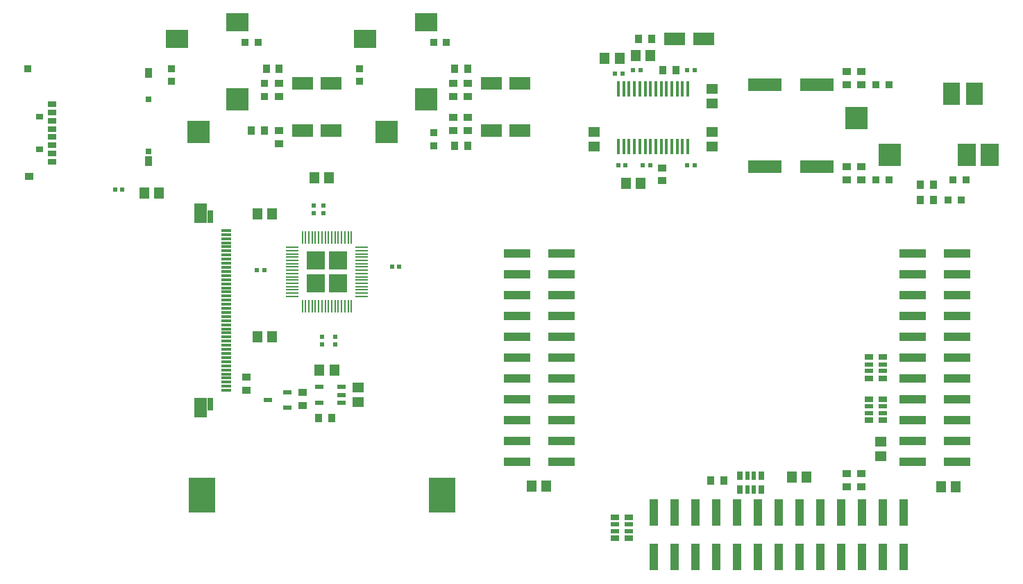
<source format=gbp>
%FSLAX34Y34*%
G04 Gerber Fmt 3.4, Leading zero omitted, Abs format*
G04 (created by PCBNEW (2014-03-01 BZR 4730)-product) date Tuesday, August 26, 2014 'AMt' 09:20:28 AM*
%MOIN*%
G01*
G70*
G90*
G04 APERTURE LIST*
%ADD10C,0.006000*%
%ADD11R,0.125984X0.165354*%
%ADD12R,0.024400X0.024400*%
%ADD13R,0.163400X0.063000*%
%ADD14R,0.039400X0.037400*%
%ADD15R,0.100400X0.063000*%
%ADD16R,0.037400X0.039400*%
%ADD17R,0.047244X0.011811*%
%ADD18R,0.031496X0.062992*%
%ADD19R,0.062992X0.094488*%
%ADD20R,0.037400X0.037400*%
%ADD21R,0.035400X0.039400*%
%ADD22R,0.039400X0.035400*%
%ADD23R,0.019685X0.039370*%
%ADD24R,0.027559X0.039370*%
%ADD25R,0.039370X0.019685*%
%ADD26R,0.039370X0.027559*%
%ADD27R,0.045300X0.057100*%
%ADD28R,0.057100X0.045300*%
%ADD29R,0.110236X0.086614*%
%ADD30R,0.110236X0.110236*%
%ADD31R,0.086614X0.110236*%
%ADD32R,0.078740X0.110236*%
%ADD33R,0.017700X0.072800*%
%ADD34R,0.043300X0.023600*%
%ADD35R,0.033465X0.047244*%
%ADD36R,0.029528X0.025591*%
%ADD37R,0.033465X0.051181*%
%ADD38R,0.043307X0.037402*%
%ADD39R,0.035433X0.037402*%
%ADD40R,0.037402X0.027559*%
%ADD41R,0.041339X0.027559*%
%ADD42R,0.039400X0.023600*%
%ADD43R,0.040157X0.125197*%
%ADD44R,0.125197X0.040157*%
%ADD45R,0.007874X0.059055*%
%ADD46R,0.059055X0.007874*%
%ADD47R,0.086614X0.086614*%
G04 APERTURE END LIST*
G54D10*
G54D11*
X43956Y-62992D03*
X32421Y-62992D03*
G54D12*
X56082Y-47165D03*
X55728Y-47165D03*
X53956Y-47165D03*
X53602Y-47165D03*
X52421Y-47165D03*
X52775Y-47165D03*
X55728Y-42598D03*
X56082Y-42598D03*
X52617Y-42755D03*
X52263Y-42755D03*
X53130Y-42598D03*
X53484Y-42598D03*
G54D13*
X59468Y-47244D03*
X61948Y-47244D03*
X59468Y-43307D03*
X61948Y-43307D03*
G54D14*
X64094Y-47874D03*
X64094Y-47244D03*
X64094Y-43307D03*
X64094Y-42677D03*
G54D15*
X56515Y-41102D03*
X55137Y-41102D03*
G54D16*
X67559Y-48110D03*
X66929Y-48110D03*
G54D12*
X28248Y-48346D03*
X28602Y-48346D03*
X37795Y-49468D03*
X37795Y-49114D03*
X38267Y-49468D03*
X38267Y-49114D03*
X41555Y-52047D03*
X41909Y-52047D03*
X38818Y-55413D03*
X38818Y-55767D03*
X38188Y-55413D03*
X38188Y-55767D03*
X35413Y-52204D03*
X35059Y-52204D03*
G54D16*
X38031Y-59291D03*
X38661Y-59291D03*
G54D17*
X33582Y-57972D03*
X33582Y-57775D03*
X33582Y-57578D03*
X33582Y-57381D03*
X33582Y-57185D03*
X33582Y-56988D03*
X33582Y-56791D03*
X33582Y-56594D03*
X33582Y-56397D03*
X33582Y-56200D03*
X33582Y-56003D03*
X33582Y-55807D03*
X33582Y-55610D03*
X33582Y-55413D03*
X33582Y-55216D03*
X33582Y-55019D03*
X33582Y-54822D03*
X33582Y-54625D03*
X33582Y-54429D03*
X33582Y-54232D03*
X33582Y-54035D03*
X33582Y-53838D03*
X33582Y-53641D03*
X33582Y-53444D03*
X33582Y-53248D03*
X33582Y-53051D03*
X33582Y-52854D03*
X33582Y-52657D03*
X33582Y-52460D03*
X33582Y-52263D03*
X33582Y-52066D03*
X33582Y-51870D03*
X33582Y-51673D03*
X33582Y-51476D03*
X33582Y-51279D03*
X33582Y-51082D03*
X33582Y-50885D03*
X33582Y-50688D03*
X33582Y-50492D03*
X33582Y-50295D03*
G54D18*
X32834Y-58641D03*
G54D19*
X32362Y-58799D03*
X32362Y-49468D03*
G54D18*
X32834Y-49625D03*
G54D20*
X65433Y-47874D03*
X64803Y-47874D03*
X65433Y-43307D03*
X64803Y-43307D03*
X69133Y-47874D03*
X68503Y-47874D03*
X68897Y-48818D03*
X68267Y-48818D03*
G54D21*
X55196Y-42598D03*
X54566Y-42598D03*
G54D22*
X63385Y-47874D03*
X63385Y-47244D03*
X63385Y-43307D03*
X63385Y-42677D03*
G54D21*
X67559Y-48818D03*
X66929Y-48818D03*
X53385Y-41102D03*
X54015Y-41102D03*
G54D22*
X34566Y-57322D03*
X34566Y-57952D03*
X37244Y-58700D03*
X37244Y-58070D03*
X54527Y-47913D03*
X54527Y-47283D03*
G54D23*
X58937Y-62736D03*
X58622Y-62736D03*
G54D24*
X59291Y-62736D03*
X58267Y-62736D03*
X58267Y-62066D03*
G54D23*
X58622Y-62066D03*
X58937Y-62066D03*
G54D24*
X59291Y-62066D03*
G54D25*
X52933Y-64409D03*
X52933Y-64724D03*
G54D26*
X52933Y-64055D03*
X52933Y-65078D03*
X52263Y-65078D03*
G54D25*
X52263Y-64724D03*
X52263Y-64409D03*
G54D26*
X52263Y-64055D03*
G54D25*
X65137Y-56732D03*
X65137Y-57047D03*
G54D26*
X65137Y-56377D03*
X65137Y-57401D03*
X64468Y-57401D03*
G54D25*
X64468Y-57047D03*
X64468Y-56732D03*
G54D26*
X64468Y-56377D03*
G54D25*
X65137Y-58740D03*
X65137Y-59055D03*
G54D26*
X65137Y-58385D03*
X65137Y-59409D03*
X64468Y-59409D03*
G54D25*
X64468Y-59055D03*
X64468Y-58740D03*
G54D26*
X64468Y-58385D03*
G54D22*
X64094Y-61968D03*
X64094Y-62598D03*
X63385Y-61968D03*
X63385Y-62598D03*
G54D21*
X56850Y-62283D03*
X57480Y-62283D03*
G54D14*
X45196Y-44881D03*
X45196Y-45511D03*
X45196Y-43228D03*
X45196Y-43858D03*
G54D15*
X47696Y-45511D03*
X46318Y-45511D03*
X47696Y-43228D03*
X46318Y-43228D03*
X38641Y-43228D03*
X37263Y-43228D03*
X38641Y-45511D03*
X37263Y-45511D03*
G54D20*
X43543Y-41259D03*
X44173Y-41259D03*
X43543Y-46220D03*
X43543Y-45590D03*
X40000Y-43149D03*
X40000Y-42519D03*
X35433Y-43858D03*
X35433Y-43228D03*
X30944Y-42519D03*
X30944Y-43149D03*
X34488Y-41259D03*
X35118Y-41259D03*
G54D21*
X45196Y-46220D03*
X44566Y-46220D03*
X45196Y-42519D03*
X44566Y-42519D03*
G54D22*
X44488Y-44881D03*
X44488Y-45511D03*
X44488Y-43228D03*
X44488Y-43858D03*
X36141Y-43858D03*
X36141Y-43228D03*
X36141Y-45511D03*
X36141Y-46141D03*
G54D21*
X35511Y-42519D03*
X36141Y-42519D03*
X34803Y-45511D03*
X35433Y-45511D03*
G54D27*
X68621Y-62598D03*
X67913Y-62598D03*
X38071Y-57007D03*
X38779Y-57007D03*
G54D28*
X39921Y-57834D03*
X39921Y-58542D03*
G54D27*
X35787Y-55393D03*
X35079Y-55393D03*
X35787Y-49488D03*
X35079Y-49488D03*
X38542Y-47755D03*
X37834Y-47755D03*
X48976Y-62559D03*
X48268Y-62559D03*
X29646Y-48503D03*
X30354Y-48503D03*
G54D28*
X56929Y-43504D03*
X56929Y-44212D03*
G54D27*
X53268Y-41889D03*
X53976Y-41889D03*
G54D28*
X51259Y-46259D03*
X51259Y-45551D03*
G54D27*
X53503Y-48031D03*
X52795Y-48031D03*
X52479Y-42047D03*
X51771Y-42047D03*
G54D28*
X56929Y-46259D03*
X56929Y-45551D03*
G54D27*
X60748Y-62125D03*
X61456Y-62125D03*
G54D28*
X65039Y-60433D03*
X65039Y-61141D03*
G54D29*
X34133Y-40314D03*
G54D30*
X34133Y-44015D03*
X32253Y-45551D03*
G54D29*
X31220Y-41102D03*
X43188Y-40314D03*
G54D30*
X43188Y-44015D03*
X41309Y-45551D03*
G54D29*
X40275Y-41102D03*
G54D31*
X70275Y-46653D03*
X69173Y-46653D03*
G54D30*
X65472Y-46653D03*
X63858Y-44901D03*
G54D32*
X68425Y-43740D03*
X69527Y-43740D03*
G54D33*
X55757Y-46259D03*
X55501Y-46259D03*
X55246Y-46259D03*
X54990Y-46259D03*
X54734Y-46259D03*
X54478Y-46259D03*
X54222Y-46259D03*
X53966Y-46259D03*
X53710Y-46259D03*
X53454Y-46259D03*
X53198Y-46259D03*
X52942Y-46259D03*
X52687Y-46259D03*
X52431Y-46259D03*
X52431Y-43503D03*
X52687Y-43503D03*
X52942Y-43503D03*
X53198Y-43503D03*
X53454Y-43503D03*
X53710Y-43503D03*
X53966Y-43503D03*
X54222Y-43503D03*
X54478Y-43503D03*
X54734Y-43503D03*
X54990Y-43503D03*
X55246Y-43503D03*
X55501Y-43503D03*
X55757Y-43503D03*
G54D34*
X39113Y-57814D03*
X39113Y-58188D03*
X39113Y-58562D03*
X38051Y-58562D03*
X38051Y-57814D03*
G54D35*
X29852Y-46978D03*
G54D36*
X29872Y-46486D03*
X29872Y-43986D03*
G54D37*
X29852Y-42746D03*
G54D38*
X24114Y-47706D03*
G54D39*
X24074Y-42529D03*
G54D40*
X24635Y-46407D03*
X24635Y-44832D03*
G54D41*
X25226Y-44242D03*
X25226Y-44635D03*
X25226Y-45029D03*
X25226Y-45423D03*
X25226Y-45816D03*
X25226Y-46210D03*
X25226Y-46604D03*
X25226Y-46998D03*
G54D42*
X36515Y-58051D03*
X36515Y-58799D03*
X35609Y-58425D03*
G54D43*
X66122Y-65972D03*
X66122Y-63822D03*
X65122Y-65972D03*
X65122Y-63822D03*
X64122Y-65972D03*
X64122Y-63822D03*
X63122Y-65972D03*
X63122Y-63822D03*
X62122Y-65972D03*
X62122Y-63822D03*
X61122Y-65972D03*
X61122Y-63822D03*
X60122Y-65972D03*
X60122Y-63822D03*
X59122Y-65972D03*
X59122Y-63822D03*
X58122Y-65972D03*
X58122Y-63822D03*
X57122Y-65972D03*
X57122Y-63822D03*
X56122Y-65972D03*
X56122Y-63822D03*
X55122Y-65972D03*
X55122Y-63822D03*
X54122Y-65972D03*
X54122Y-63822D03*
G54D44*
X47547Y-61397D03*
X49696Y-61397D03*
X47547Y-60397D03*
X49696Y-60397D03*
X47547Y-59397D03*
X49696Y-59397D03*
X47547Y-58397D03*
X49696Y-58397D03*
X47547Y-57397D03*
X49696Y-57397D03*
X47547Y-56397D03*
X49696Y-56397D03*
X47547Y-55397D03*
X49696Y-55397D03*
X47547Y-54397D03*
X49696Y-54397D03*
X47547Y-53397D03*
X49696Y-53397D03*
X47547Y-52397D03*
X49696Y-52397D03*
X47547Y-51397D03*
X49696Y-51397D03*
X66547Y-61397D03*
X68696Y-61397D03*
X66547Y-60397D03*
X68696Y-60397D03*
X66547Y-59397D03*
X68696Y-59397D03*
X66547Y-58397D03*
X68696Y-58397D03*
X66547Y-57397D03*
X68696Y-57397D03*
X66547Y-56397D03*
X68696Y-56397D03*
X66547Y-55397D03*
X68696Y-55397D03*
X66547Y-54397D03*
X68696Y-54397D03*
X66547Y-53397D03*
X68696Y-53397D03*
X66547Y-52397D03*
X68696Y-52397D03*
X66547Y-51397D03*
X68696Y-51397D03*
G54D45*
X37244Y-50629D03*
X37401Y-50629D03*
X37559Y-50629D03*
X37716Y-50629D03*
X37874Y-50629D03*
X38031Y-50629D03*
X38188Y-50629D03*
X38346Y-50629D03*
X38503Y-50629D03*
X38661Y-50629D03*
X38818Y-50629D03*
X38976Y-50629D03*
X39133Y-50629D03*
X39291Y-50629D03*
X39448Y-50629D03*
X39606Y-50629D03*
G54D46*
X40078Y-51102D03*
X40078Y-51259D03*
X40078Y-51417D03*
X40078Y-51574D03*
X40078Y-51732D03*
X40078Y-51889D03*
X40078Y-52047D03*
X40078Y-52204D03*
X40078Y-52362D03*
X40078Y-52519D03*
X40078Y-52677D03*
X40078Y-52834D03*
X40078Y-52992D03*
X40078Y-53149D03*
X40078Y-53307D03*
X40078Y-53464D03*
G54D45*
X39606Y-53937D03*
X39448Y-53937D03*
X39291Y-53937D03*
X39133Y-53937D03*
X38976Y-53937D03*
X38818Y-53937D03*
X38661Y-53937D03*
X38503Y-53937D03*
X38346Y-53937D03*
X38188Y-53937D03*
X38031Y-53937D03*
X37874Y-53937D03*
X37716Y-53937D03*
X37559Y-53937D03*
X37401Y-53937D03*
X37244Y-53937D03*
G54D46*
X36771Y-53464D03*
X36771Y-53307D03*
X36771Y-53149D03*
X36771Y-52992D03*
X36771Y-52834D03*
X36771Y-52677D03*
X36771Y-52519D03*
X36771Y-52362D03*
X36771Y-52204D03*
X36771Y-52047D03*
X36771Y-51889D03*
X36771Y-51732D03*
X36771Y-51574D03*
X36771Y-51417D03*
X36771Y-51259D03*
X36771Y-51102D03*
G54D47*
X37883Y-51742D03*
X37883Y-52824D03*
X38966Y-51742D03*
X38966Y-52824D03*
M02*

</source>
